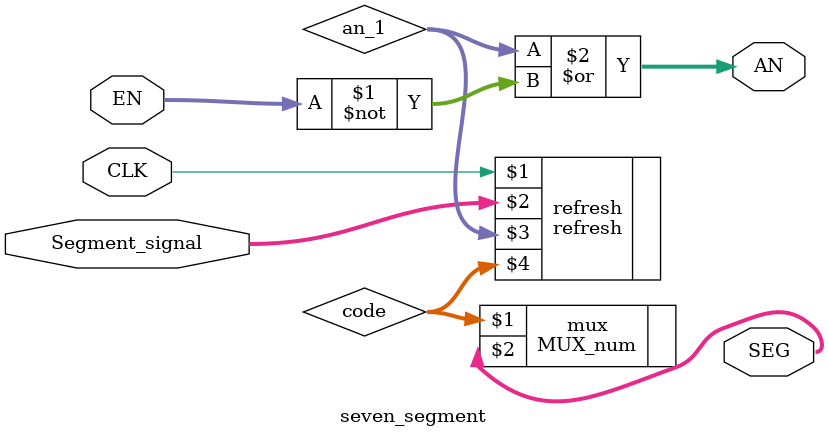
<source format=v>
`timescale 1ns / 1ps
module seven_segment(CLK,Segment_signal,EN,AN,SEG);
input CLK;
input [31:0]Segment_signal;
input [7:0]EN;
output [7:0]AN;
output [7:0]SEG;
wire [7:0]an_1;
wire [3:0]code;

assign AN = an_1 | ~EN;
refresh refresh(CLK,Segment_signal,an_1,code);
MUX_num mux(code,SEG);
endmodule


</source>
